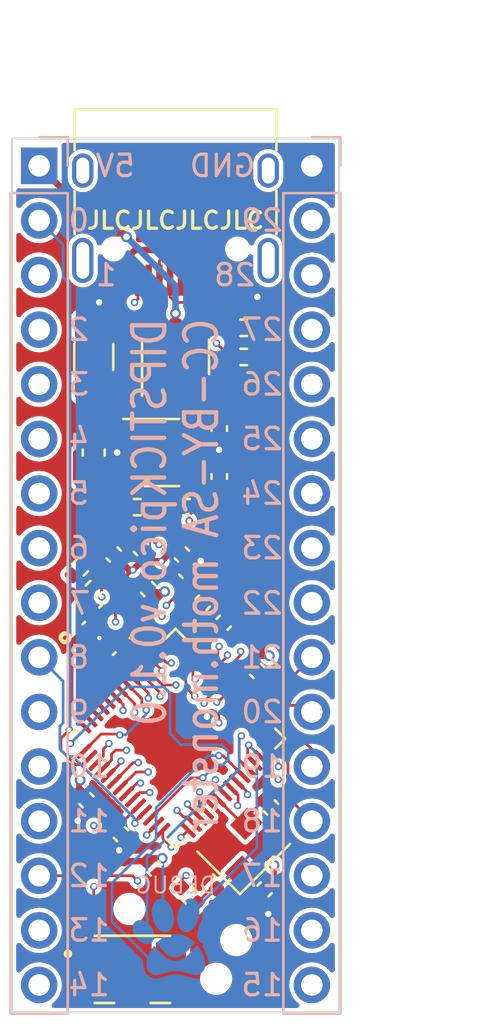
<source format=kicad_pcb>
(kicad_pcb (version 20240108) (generator "pcbnew") (generator_version "8.0")
  (layers (0 "F.Cu" signal) (1 "In1.Cu" signal) (2 "In2.Cu" signal) (31 "B.Cu" signal) (34 "B.Paste" user) (35 "F.Paste" user) (36 "B.SilkS" user "B.Silkscreen") (37 "F.SilkS" user "F.Silkscreen") (38 "B.Mask" user) (39 "F.Mask" user) (44 "Edge.Cuts" user))
  (net 0 "")
  (net 1 "/XIN")
  (net 2 "GND")
  (net 3 "Net-(C2-Pad1)")
  (net 4 "+3V3")
  (net 5 "+1V1")
  (net 6 "/~{USB_BOOT}")
  (net 7 "/GPIO0")
  (net 8 "/GPIO1")
  (net 9 "/GPIO2")
  (net 10 "/GPIO3")
  (net 11 "/GPIO4")
  (net 12 "/GPIO5")
  (net 13 "/GPIO6")
  (net 14 "/GPIO7")
  (net 15 "/GPIO8")
  (net 16 "/GPIO9")
  (net 17 "/GPIO10")
  (net 18 "/GPIO11")
  (net 19 "/GPIO12")
  (net 20 "/GPIO13")
  (net 21 "/GPIO14")
  (net 22 "/GPIO15")
  (net 23 "/GPIO16")
  (net 24 "/GPIO17")
  (net 25 "/GPIO18")
  (net 26 "/GPIO19")
  (net 27 "/GPIO20")
  (net 28 "/GPIO21")
  (net 29 "/GPIO22")
  (net 30 "/GPIO23")
  (net 31 "/GPIO24")
  (net 32 "/GPIO25")
  (net 33 "/GPIO26_ADC0")
  (net 34 "/GPIO27_ADC1")
  (net 35 "/GPIO28_ADC2")
  (net 36 "/GPIO29_ADC3")
  (net 37 "/QSPI_SS")
  (net 38 "/XOUT")
  (net 39 "/QSPI_SD2")
  (net 40 "/QSPI_SD1")
  (net 41 "/QSPI_SD3")
  (net 42 "/QSPI_SCLK")
  (net 43 "/QSPI_SD0")
  (net 44 "+5V")
  (net 45 "Net-(U1-BP)")
  (net 46 "/D+")
  (net 47 "/D-")
  (net 48 "VBUS")
  (net 49 "Net-(J65-CC1)")
  (net 50 "D_USB_P")
  (net 51 "D_USB_N")
  (net 52 "Net-(J65-CC2)")
  (net 54 "D_P")
  (net 55 "D_N")
  (net 57 "SWCLK")
  (net 58 "SWD")
  (net 59 "RESET")
  (footprint "Capacitor_SMD:C_0402_1005Metric" (layer "F.Cu") (at 191.77 76.802899 -45)
    (property "Reference" "C11" (hide yes))
    (property "Value" "1u" (hide yes))
  )
  (footprint "Capacitor_SMD:C_0402_1005Metric" (layer "F.Cu") (at 198.12 69.215 -45)
    (property "Reference" "C14" (hide yes))
    (property "Value" "100n" (hide yes))
  )
  (footprint "Connector_USB:USB_C_Receptacle_HRO_TYPE-C-31-M-12" (layer "F.Cu") (at 194.31 46.99 180)
    (property "Reference" "J65" (hide yes))
    (property "Value" "USB_C_Receptacle_USB2.0_14P" (hide yes))
  )
  (footprint "Capacitor_SMD:C_0402_1005Metric" (layer "F.Cu") (at 193.04 65.405 135)
    (property "Reference" "C9" (hide yes))
    (property "Value" "1u" (hide yes))
  )
  (footprint "EVQ-P7A01P:SW_EVQ-P7A01P" (layer "F.Cu") (at 192.3 83.095)
    (property "Reference" "SW1" (hide yes))
    (property "Value" "SW_Push")
  )
  (footprint "Resistor_SMD:R_0402_1005Metric" (layer "F.Cu") (at 197.485 53.255)
    (property "Reference" "R6" (hide yes))
    (property "Value" "5.1k" (hide yes))
  )
  (footprint "Resistor_SMD:R_0402_1005Metric" (layer "F.Cu") (at 189.865 64.409376 -135)
    (property "Reference" "R2" (hide yes))
    (property "Value" "DNF" (hide yes))
  )
  (footprint "Capacitor_SMD:C_0402_1005Metric" (layer "F.Cu") (at 193.335589 78.400589 -45)
    (property "Reference" "C17" (hide yes))
    (property "Value" "100n" (hide yes))
  )
  (footprint "Capacitor_SMD:C_0402_1005Metric" (layer "F.Cu") (at 198.459411 79.375 -135)
    (property "Reference" "C8" (hide yes))
    (property "Value" "100n" (hide yes))
  )
  (footprint "Resistor_SMD:R_0402_1005Metric" (layer "F.Cu") (at 194.945 79.649376 -45)
    (property "Reference" "R3" (hide yes))
    (property "Value" "1k" (hide yes))
  )
  (footprint "RP2040:RP2040-QFN-56" (layer "F.Cu") (at 194.31 72.357899 45)
    (property "Reference" "U3" (hide yes))
    (property "Value" "RP2040" (hide yes))
  )
  (footprint "Package_TO_SOT_SMD:SOT-23-5" (layer "F.Cu") (at 193.675 59.055)
    (property "Reference" "U1" (hide yes))
    (property "Value" "MIC5205-3.3YM5" (hide yes))
  )
  (footprint "Capacitor_SMD:C_0402_1005Metric" (layer "F.Cu") (at 198.755 75.565 -45)
    (property "Reference" "C1" (hide yes))
    (property "Value" "18p" (hide yes))
  )
  (footprint "Crystal:Crystal_SMD_2520-4Pin_2.5x2.0mm" (layer "F.Cu") (at 197.485 77.437899 45)
    (property "Reference" "Y1" (hide yes))
    (property "Value" "ECS-120-12-36-AGN-TR3" (hide yes))
  )
  (footprint "Resistor_SMD:R_0402_1005Metric" (layer "F.Cu") (at 194.82 61.595)
    (property "Reference" "R5" (hide yes))
    (property "Value" "27" (hide yes))
  )
  (footprint "Capacitor_SMD:C_0402_1005Metric" (layer "F.Cu") (at 196.554411 66.970589 45)
    (property "Reference" "C13" (hide yes))
    (property "Value" "100n" (hide yes))
  )
  (footprint "Fuse:Fuse_1206_3216Metric" (layer "F.Cu") (at 190.5 54.61 -90)
    (property "Reference" "F1" (hide yes))
    (property "Value" "500mA" (hide yes))
  )
  (footprint "Package_TO_SOT_SMD:SOT-23-6" (layer "F.Cu") (at 194.31 54.61 90)
    (property "Reference" "U4" (hide yes))
    (property "Value" "USBLC6-2SC6" (hide yes))
  )
  (footprint "Capacitor_SMD:C_0402_1005Metric" (layer "F.Cu") (at 190.160589 75.225589 -45)
    (property "Reference" "C7" (hide yes))
    (property "Value" "100n" (hide yes))
  )
  (footprint "Capacitor_SMD:C_0402_1005Metric" (layer "F.Cu") (at 195.875589 79.003488 135)
    (property "Reference" "C2" (hide yes))
    (property "Value" "18p" (hide yes))
  )
  (footprint "Capacitor_SMD:C_0402_1005Metric" (layer "F.Cu") (at 195.58 66.04 45)
    (property "Reference" "C10" (hide yes))
    (property "Value" "100n" (hide yes))
  )
  (footprint "Capacitor_SMD:C_0402_1005Metric" (layer "F.Cu") (at 196.3475 60.17 90)
    (property "Reference" "C4" (hide yes))
    (property "Value" "470p" (hide yes))
  )
  (footprint "Capacitor_SMD:C_0402_1005Metric" (layer "F.Cu") (at 191.430589 63.795589 135)
    (property "Reference" "C15" (hide yes))
    (property "Value" "100n" (hide yes))
  )
  (footprint "Capacitor_SMD:C_0402_1005Metric" (layer "F.Cu") (at 196.3475 57.94 -90)
    (property "Reference" "C5" (hide yes))
    (property "Value" "10u" (hide yes))
  )
  (footprint "Resistor_SMD:R_0402_1005Metric" (layer "F.Cu") (at 192.53 61.595 180)
    (property "Reference" "R4" (hide yes))
    (property "Value" "27" (hide yes))
  )
  (footprint "Capacitor_SMD:C_0402_1005Metric" (layer "F.Cu") (at 192.700589 63.5 135)
    (property "Reference" "C16" (hide yes))
    (property "Value" "100n" (hide yes))
  )
  (footprint "Capacitor_SMD:C_0402_1005Metric" (layer "F.Cu") (at 194.31 65.065589 135)
    (property "Reference" "C12" (hide yes))
    (property "Value" "100n" (hide yes))
  )
  (footprint "Capacitor_SMD:C_0603_1608Metric" (layer "F.Cu") (at 190.5 59.055 -90)
    (property "Reference" "C3" (hide yes))
    (property "Value" "10u" (hide yes))
  )
  (footprint "Resistor_SMD:R_0402_1005Metric" (layer "F.Cu") (at 197.485 54.61)
    (property "Reference" "R7" (hide yes))
    (property "Value" "5.1k" (hide yes))
  )
  (footprint "Resistor_SMD:R_0402_1005Metric" (layer "F.Cu") (at 190.5 65.405 45)
    (property "Reference" "R1" (hide yes))
    (property "Value" "1k" (hide yes))
  )
  (footprint "Capacitor_SMD:C_0402_1005Metric" (layer "F.Cu") (at 194.605589 63.795589 -45)
    (property "Reference" "C6" (hide yes))
    (property "Value" "100n" (hide yes))
  )
  (footprint "W25Q16JVUXIQ_TR:IC_W25Q16JVUXIQ_TR" (layer "F.Cu") (at 191.135 67.31 45)
    (property "Reference" "U2" (hide yes))
    (property "Value" "W25Q16JVUXIQ_TR" (hide yes))
  )
  (footprint "Paw-Connect-main:Paw-Connect_RevA_TC2030-IDC-NL_2x03_P1.27mm_Vertical" (layer "B.Cu") (at 194.65 81.915 180)
    (property "Reference" "J6" (hide yes))
    (property "Value" "Conn_ARM_SWD_TagConnect_TC2030-NL" (hide yes))
  )
  (footprint "Connector_PinHeader_2.54mm:PinHeader_1x16_P2.54mm_Vertical" (layer "B.Cu") (at 200.66 45.72 180)
    (property "Reference" "J4" (hide yes))
    (property "Value" "Conn_01x16_Pin" (hide yes))
  )
  (footprint "Connector_PinHeader_2.54mm:PinHeader_1x16_P2.54mm_Vertical" (layer "B.Cu") (at 187.96 45.72 180)
    (property "Reference" "J3" (hide yes))
    (property "Value" "Conn_01x16_Pin" (hide yes))
  )
  (gr_line (start 201.93 85.09) (end 186.69 85.09) (stroke (width 0.1)) (layer "Edge.Cuts"))
  (gr_line (start 186.69 85.09) (end 186.69 44.45) (stroke (width 0.1)) (layer "Edge.Cuts"))
  (gr_line (start 186.69 44.45) (end 201.93 44.45) (stroke (width 0.1)) (layer "Edge.Cuts"))
  (gr_line (start 201.93 44.45) (end 201.93 85.09) (stroke (width 0.1)) (layer "Edge.Cuts"))
  (gr_text "DEBUG" (at 194.31 78.74 0) (layer "B.SilkS") (effects (font (size 0.75 0.75) (thickness 0.1)) (justify top mirror)))
  (gr_text "8" (at 189.23 68.58 0) (layer "B.SilkS") (effects (font (size 1 1)) (justify right mirror)))
  (gr_text "10" (at 189.23 73.66 0) (layer "B.SilkS") (effects (font (size 1 1)) (justify right mirror)))
  (gr_text "12" (at 189.23 78.74 0) (layer "B.SilkS") (effects (font (size 1 1)) (justify right mirror)))
  (gr_text "4" (at 189.23 58.42 0) (layer "B.SilkS") (effects (font (size 1 1)) (justify right mirror)))
  (gr_text "6" (at 189.23 63.5 0) (layer "B.SilkS") (effects (font (size 1 1)) (justify right mirror)))
  (gr_text "14" (at 189.23 83.82 0) (layer "B.SilkS") (effects (font (size 1 1)) (justify right mirror)))
  (gr_text "25" (at 199.39 58.42 0) (layer "B.SilkS") (effects (font (size 1 1)) (justify left mirror)))
  (gr_text "16" (at 199.39 81.28 0) (layer "B.SilkS") (effects (font (size 1 1)) (justify left mirror)))
  (gr_text "GND" (at 198.12 45.72 0) (layer "B.SilkS") (effects (font (size 1 1)) (justify left mirror)))
  (gr_text "23\n" (at 199.39 63.5 0) (layer "B.SilkS") (effects (font (size 1 1)) (justify left mirror)))
  (gr_text "9\n" (at 189.23 71.12 0) (layer "B.SilkS") (effects (font (size 1 1)) (justify right mirror)))
  (gr_text "3" (at 189.23 55.88 0) (layer "B.SilkS") (effects (font (size 1 1)) (justify right mirror)))
  (gr_text "17" (at 199.39 78.74 0) (layer "B.SilkS") (effects (font (size 1 1)) (justify left mirror)))
  (gr_text "DIPSTICKpico v0.1.0\nCC-BY-SA moth.monster" (at 194.31 52.705 90) (layer "B.SilkS") (effects (font (size 1.5 1.25) (thickness 0.2)) (justify left mirror)))
  (gr_text "26" (at 199.39 55.88 0) (layer "B.SilkS") (effects (font (size 1 1)) (justify left mirror)))
  (gr_text "20" (at 199.39 71.12 0) (layer "B.SilkS") (effects (font (size 1 1)) (justify left mirror)))
  (gr_text "21" (at 199.39 68.58 0) (layer "B.SilkS") (effects (font (size 1 1)) (justify left mirror)))
  (gr_text "7" (at 189.29 66.07 0) (layer "B.SilkS") (effects (font (size 1 1)) (justify right mirror)))
  (gr_text "18" (at 199.39 76.2 0) (layer "B.SilkS") (effects (font (size 1 1)) (justify left mirror)))
  (gr_text "0\n" (at 189.23 48.26 0) (layer "B.SilkS") (effects (font (size 1 1)) (justify right mirror)))
  (gr_text "28" (at 198.12 50.8 0) (layer "B.SilkS") (effects (font (size 1 1)) (justify left mirror)))
  (gr_text "19" (at 199.39 73.66 0) (layer "B.SilkS") (effects (font (size 1 1)) (justify left mirror)))
  (gr_text "1" (at 190.5 50.8 0) (layer "B.SilkS") (effects (font (size 1 1)) (justify right mirror)))
  (gr_text "11" (at 189.23 76.2 0) (layer "B.SilkS") (effects (font (size 1 1)) (justify right mirror)))
  (gr_text "24\n" (at 199.39 60.96 0) (layer "B.SilkS") (effects (font (size 1 1)) (justify left mirror)))
  (gr_text "22" (at 199.39 66.07 0) (layer "B.SilkS") (effects (font (size 1 1)) (justify left mirror)))
  (gr_text "2" (at 189.23 53.34 0) (layer "B.SilkS") (effects (font (size 1 1)) (justify right mirror)))
  (gr_text "5" (at 189.23 60.96 0) (layer "B.SilkS") (effects (font (size 1 1)) (justify right mirror)))
  (gr_text "15" (at 199.39 83.82 0) (layer "B.SilkS") (effects (font (size 1 1)) (justify left mirror)))
  (gr_text "5V" (at 190.5 45.72 0) (layer "B.SilkS") (effects (font (size 1 1)) (justify right mirror)))
  (gr_text "27" (at 199.39 53.34 0) (layer "B.SilkS") (effects (font (size 1 1)) (justify left mirror)))
  (gr_text "29" (at 199.39 48.26 0) (layer "B.SilkS") (effects (font (size 1 1)) (justify left mirror)))
  (gr_text "13" (at 189.23 81.28 0) (layer "B.SilkS") (effects (font (size 1 1)) (justify right mirror)))
  (gr_text "JLCJLCJLCJLC" (at 194.31 48.26 0) (layer "F.SilkS") (effects (font (size 0.8 0.8))))
  (segment (start 197.608744 76.032434) (end 197.608744 76.324206) (width 0.127) (layer "F.Cu") (net 1))
  (segment (start 197.427778 76.324206) (end 197.608744 76.324206) (width 0.127) (layer "F.Cu") (net 1))
  (segment (start 196.316415 75.212843) (end 197.427778 76.324206) (width 0.127) (layer "F.Cu") (net 1))
  (segment (start 198.415589 75.225589) (end 197.608744 76.032434) (width 0.127) (layer "F.Cu") (net 1))
  (segment (start 193.04 64.726178) (end 193.970589 64.726178) (width 0.3) (layer "F.Cu") (net 2))
  (segment (start 196.033573 75.495685) (end 196.374569 75.836681) (width 0.127) (layer "F.Cu") (net 2))
  (segment (start 196.495051 77.437899) (end 196.371307 77.561643) (width 0.127) (layer "F.Cu") (net 2))
  (segment (start 191.06 51.764) (end 190.754 52.07) (width 0.3) (layer "F.Cu") (net 2))
  (segment (start 194.31 55.7475) (end 194.31 55.085001) (width 0.25) (layer "F.Cu") (net 2))
  (segment (start 194.785001 54.61) (end 195.834 54.61) (width 0.25) (layer "F.Cu") (net 2))
  (segment (start 194.353822 64.726178) (end 194.945 64.135) (width 0.3) (layer "F.Cu") (net 2))
  (segment (start 191.275 59.055) (end 192.5375 59.055) (width 0.3) (layer "F.Cu") (net 2))
  (segment (start 195.769878 71.340829) (end 195.32707 71.340829) (width 0.3) (layer "F.Cu") (net 2))
  (segment (start 190.781447 68.724214) (end 191.009591 68.49607) (width 0.127) (layer "F.Cu") (net 2))
  (segment (start 196.3475 58.42) (end 196.3475 58.9225) (width 0.25) (layer "F.Cu") (net 2))
  (segment (start 198.12 51.816) (end 198.12 51.595) (width 0.3) (layer "F.Cu") (net 2))
  (segment (start 199.094411 76.818437) (end 198.598693 77.314155) (width 0.127) (layer "F.Cu") (net 2))
  (segment (start 190.373 75.565) (end 189.7559 76.1821) (width 0.3) (layer "F.Cu") (net 2))
  (segment (start 190.5 59.83) (end 191.275 59.055) (width 0.3) (layer "F.Cu") (net 2))
  (segment (start 191.275 59.055) (end 191.591 59.055) (width 0.3) (layer "F.Cu") (net 2))
  (segment (start 198.459411 69.622701) (end 198.459411 69.554411) (width 0.127) (layer "F.Cu") (net 2))
  (segment (start 190.5 75.565) (end 190.373 75.565) (width 0.3) (layer "F.Cu") (net 2))
  (segment (start 196.3475 58.9225) (end 196.342 58.928) (width 0.25) (layer "F.Cu") (net 2))
  (segment (start 199.094411 75.904411) (end 199.094411 76.818437) (width 0.127) (layer "F.Cu") (net 2))
  (segment (start 198.12 79.714411) (end 198.12 80.01) (width 0.3) (layer "F.Cu") (net 2))
  (segment (start 198.12 80.01) (end 198.628 80.518) (width 0.3) (layer "F.Cu") (net 2))
  (segment (start 191.009591 68.49607) (end 191.009591 67.927055) (width 0.127) (layer "F.Cu") (net 2))
  (segment (start 199.455 46.925) (end 198.882 47.498) (width 0.25) (layer "F.Cu") (net 2))
  (segment (start 192.109411 77.14231) (end 192.09769 77.14231) (width 0.3) (layer "F.Cu") (net 2))
  (segment (start 198.474949 77.437899) (end 196.495051 77.437899) (width 0.127) (layer "F.Cu") (net 2))
  (segment (start 194.945 64.135) (end 195.443677 64.135) (width 0.3) (layer "F.Cu") (net 2))
  (segment (start 193.970589 64.726178) (end 194.353822 64.726178) (width 0.3) (layer "F.Cu") (net 2))
  (segment (start 200.66 45.72) (end 199.455 46.925) (width 0.25) (layer "F.Cu") (net 2))
  (segment (start 194.31 55.085001) (end 194.785001 54.61) (width 0.25) (layer "F.Cu") (net 2))
  (segment (start 195.443677 64.135) (end 195.486191 64.092486) (width 0.3) (layer "F.Cu") (net 2))
  (segment (start 196.374569 75.836681) (end 196.374569 77.558381) (width 0.127) (layer "F.Cu") (net 2))
  (segment (start 191.06 51.035) (end 191.06 51.764) (width 0.3) (layer "F.Cu") (net 2))
  (segment (start 198.598693 77.314155) (end 198.474949 77.437899) (width 0.127) (layer "F.Cu") (net 2))
  (segment (start 196.371307 77.828948) (end 196.371307 77.561643) (width 0.127) (layer "F.Cu") (net 2))
  (segment (start 191.009591 67.927055) (end 190.764896 67.68236) (width 0.127) (layer "F.Cu") (net 2))
  (segment (start 198.12 51.595) (end 197.56 51.035) (width 0.3) (layer "F.Cu") (net 2))
  (segment (start 192.09769 77.14231) (end 191.685865 77.554135) (width 0.3) (layer "F.Cu") (net 2))
  (segment (start 195.32707 71.340829) (end 194.31 72.357899) (width 0.3) (layer "F.Cu") (net 2))
  (segment (start 194.31 72.357899) (end 194.31 73.772112) (width 0.127) (layer "F.Cu") (net 2))
  (segment (start 195.536178 78.664077) (end 196.371307 77.828948) (width 0.127) (layer "F.Cu") (net 2))
  (segment (start 192.700589 65.065589) (end 193.04 64.726178) (width 0.3) (layer "F.Cu") (net 2))
  (segment (start 196.374569 77.558381) (end 196.371307 77.561643) (width 0.127) (layer "F.Cu") (net 2))
  (via (at 191.685865 77.554135) (size 0.5) (drill 0.3) (layers "F.Cu" "B.Cu") (net 2))
  (via (at 195.769878 71.340829) (size 0.5) (drill 0.3) (layers "F.Cu" "B.Cu") (net 2))
  (via (at 191.591 59.055) (size 0.5) (drill 0.3) (layers "F.Cu" "B.Cu") (net 2))
  (via (at 190.764896 67.68236) (size 0.35) (drill 0.2) (layers "F.Cu" "B.Cu") (net 2))
  (via (at 195.486191 64.092486) (size 0.5) (drill 0.3) (layers "F.Cu" "B.Cu") (net 2))
  (via (at 190.754 52.07) (size 0.5) (drill 0.3) (layers "F.Cu" "B.Cu") (net 2))
  (via (at 198.628 80.518) (size 0.5) (drill 0.3) (layers "F.Cu" "B.Cu") (net 2))
  (via (at 189.7559 76.1821) (size 0.5) (drill 0.3) (layers "F.Cu" "B.Cu") (net 2))
  (via (at 198.12 51.816) (size 0.5) (drill 0.3) (layers "F.Cu" "B.Cu") (net 2))
  (via (at 196.342 58.928) (size 0.5) (drill 0.3) (layers "F.Cu" "B.Cu") (net 2))
  (segment (start 196.107537 72.153) (end 196.579 72.153) (width 0.3) (layer "B.Cu") (net 2))
  (segment (start 190.754 52.07) (end 191.279 51.545) (width 0.3) (layer "B.Cu") (net 2))
  (segment (start 196.85 69.342) (end 195.486191 67.978191) (width 0.3) (layer "B.Cu") (net 2))
  (segment (start 193.71 52.334971) (end 193.71 52.832029) (width 0.3) (layer "B.Cu") (net 2))
  (segment (start 194.061471 53.1835) (end 196.7525 53.1835) (width 0.3) (layer "B.Cu") (net 2))
  (segment (start 200.66 45.72) (end 198.882 47.498) (width 0.25) (layer "B.Cu") (net 2))
  (segment (start 196.579 72.153) (end 196.85 71.882) (width 0.3) (layer "B.Cu") (net 2))
  (segment (start 195.769878 71.815341) (end 196.107537 72.153) (width 0.3) (layer "B.Cu") (net 2))
  (segment (start 193.71 52.832029) (end 194.061471 53.1835) (width 0.3) (layer "B.Cu") (net 2))
  (segment (start 195.769878 71.340829) (end 195.769878 71.815341) (width 0.3) (layer "B.Cu") (net 2))
  (segment (start 196.85 71.882) (end 196.85 69.342) (width 0.3) (layer "B.Cu") (net 2))
  (segment (start 195.486191 67.978191) (end 195.486191 64.092486) (width 0.3) (layer "B.Cu") (net 2))
  (segment (start 196.7525 53.1835) (end 198.12 51.816) (width 0.3) (layer "B.Cu") (net 2))
  (segment (start 191.279 51.545) (end 192.920029 51.545) (width 0.3) (layer "B.Cu") (net 2))
  (segment (start 192.920029 51.545) (end 193.71 52.334971) (width 0.3) (layer "B.Cu") (net 2))
  (segment (start 196.215 79.342899) (end 197.006307 78.551592) (width 0.127) (layer "F.Cu") (net 3))
  (segment (start 197.006307 78.551592) (end 197.361256 78.551592) (width 0.127) (layer "F.Cu") (net 3))
  (segment (start 195.972725 79.342899) (end 195.305624 80.01) (width 0.127) (layer "F.Cu") (net 3))
  (segment (start 196.215 79.342899) (end 195.972725 79.342899) (width 0.127) (layer "F.Cu") (net 3))
  (segment (start 194.299303 63.423053) (end 194.266178 63.456178) (width 0.3) (layer "F.Cu") (net 4))
  (segment (start 190.451898 64.275026) (end 191.629974 64.275026) (width 0.3) (layer "F.Cu") (net 4))
  (segment (start 195.665287 63.423053) (end 194.299303 63.423053) (width 0.3) (layer "F.Cu") (net 4))
  (segment (start 195.633947 62.811053) (end 196.215 62.23) (width 0.254) (layer "F.Cu") (net 4))
  (segment (start 194.649411 65.405) (end 194.649411 65.788233) (width 0.3) (layer "F.Cu") (net 4))
  (segment (start 194.266178 63.456178) (end 194.266178 63.505674) (width 0.3) (layer "F.Cu") (net 4))
  (segment (start 194.998947 63.446053) (end 196.215 62.23) (width 0.254) (layer "F.Cu") (net 4))
  (segment (start 192.075142 65.309197) (end 192.075142 64.764726) (width 0.127) (layer "F.Cu") (net 4))
  (segment (start 198.393678 68.2625) (end 198.4375 68.2625) (width 0.3) (layer "F.Cu") (net 4))
  (segment (start 197.788783 70.293329) (end 197.788783 68.883783) (width 0.127) (layer "F.Cu") (net 4))
  (segment (start 191.629974 64.275026) (end 191.77 64.135) (width 0.3) (layer "F.Cu") (net 4))
  (segment (start 194.1135 68.840939) (end 193.904309 68.840939) (width 0.127) (layer "F.Cu") (net 4))
  (segment (start 195.680944 67.31) (end 194.902202 68.088742) (width 0.127) (layer "F.Cu") (net 4))
  (segment (start 193.000457 63.839411) (end 192.322804 64.517064) (width 0.3) (layer "F.Cu") (net 4))
  (segment (start 193.904309 68.840939) (end 193.434955 68.371585) (width 0.127) (layer "F.Cu") (net 4))
  (segment (start 194.299303 63.423053) (end 195.166435 63.423053) (width 0.3) (layer "F.Cu") (net 4))
  (segment (start 196.171178 67.31) (end 195.240589 66.379411) (width 0.3) (layer "F.Cu") (net 4))
  (segment (start 192.075142 64.440142) (end 191.77 64.135) (width 0.127) (layer "F.Cu") (net 4))
  (segment (start 197.704203 67.529203) (end 196.434203 67.529203) (width 0.3) (layer "F.Cu") (net 4))
  (segment (start 198.152564 68.503614) (end 198.678614 68.503614) (width 0.3) (layer "F.Cu") (net 4))
  (segment (start 190.040843 72.950101) (end 190.841511 72.149433) (width 0.127) (layer "F.Cu") (net 4))
  (segment (start 193.627062 78.061178) (end 193.68502 78.00322) (width 0.127) (layer "F.Cu") (net 4))
  (segment (start 196.9845 61.4605) (end 197.0075 61.4375) (width 0.3) (layer "F.Cu") (net 4))
  (segment (start 197.788783 68.883783) (end 197.780589 68.875589) (width 0.127) (layer "F.Cu") (net 4))
  (segment (start 192.152064 64.517064) (end 191.77 64.135) (width 0.3) (layer "F.Cu") (net 4))
  (segment (start 190.841511 72.149433) (end 191.671299 72.149433) (width 0.127) (layer "F.Cu") (net 4))
  (segment (start 196.086191 64.341015) (end 196.086191 63.843957) (width 0.3) (layer "F.Cu") (net 4))
  (segment (start 191.430589 76.463488) (end 191.618624 76.463488) (width 0.127) (layer "F.Cu") (net 4))
  (segment (start 194.644573 65.405) (end 193.883517 66.166056) (width 0.127) (layer "F.Cu") (net 4))
  (segment (start 197.780589 68.875589) (end 198.393678 68.2625) (width 0.3) (layer "F.Cu") (net 4))
  (segment (start 194.649411 65.788233) (end 195.240589 66.379411) (width 0.3) (layer "F.Cu") (net 4))
  (segment (start 191.488553 65.895786) (end 192.075142 65.309197) (width 0.127) (layer "F.Cu") (net 4))
  (segment (start 194.266178 63.456178) (end 194.276303 63.446053) (width 0.254) (layer "F.Cu") (net 4))
  (segment (start 193.657312 64.11454) (end 193.315129 64.11454) (width 0.3) (layer "F.Cu") (net 4))
  (segment (start 195.022206 65.405) (end 196.086191 64.341015) (width 0.3) (layer "F.Cu") (net 4))
  (segment (start 197.0075 61.4375) (end 197.0075 57.9425) (width 0.3) (layer "F.Cu") (net 4))
  (segment (start 195.5165 62.9285) (end 196.9845 61.4605) (width 0.3) (layer "F.Cu") (net 4))
  (segment (start 196.9845 61.4605) (end 196.215 62.23) (width 0.254) (layer "F.Cu") (net 4))
  (segment (start 193.04 70.485) (end 193.04 70.23937) (width 0.127) (layer "F.Cu") (net 4))
  (segment (start 192.996178 78.061178) (end 192.035322 78.061178) (width 0.3) (layer "F.Cu") (net 4))
  (segment (start 191.085865 76.808212) (end 191.085865 77.802664) (width 0.3) (layer "F.Cu") (net 4))
  (segment (start 191.437336 78.154135) (end 191.942365 78.154135) (width 0.3) (layer "F.Cu") (net 4))
  (segment (start 198.4375 68.2625) (end 198.678614 68.503614) (width 0.3) (layer "F.Cu") (net 4))
  (segment (start 195.166435 63.423053) (end 195.166435 63.278565) (width 0.3) (layer "F.Cu") (net 4))
  (segment (start 194.276303 63.446053) (end 194.998947 63.446053) (width 0.254) (layer "F.Cu") (net 4))
  (segment (start 195.5165 62.9285) (end 195.021947 63.423053) (width 0.3) (layer "F.Cu") (net 4))
  (segment (start 196.434203 67.529203) (end 196.215 67.31) (width 0.3) (layer "F.Cu") (net 4))
  (segment (start 192.075142 64.764726) (end 192.322804 64.517064) (width 0.127) (layer "F.Cu") (net 4))
  (segment (start 196.215 67.31) (end 196.171178 67.31) (width 0.3) (layer "F.Cu") (net 4))
  (segment (start 196.086191 63.843957) (end 195.665287 63.423053) (width 0.3) (layer "F.Cu") (net 4))
  (segment (start 195.166435 63.278565) (end 195.5165 62.9285) (width 0.3) (layer "F.Cu") (net 4))
  (segment (start 193.04 70.23937) (end 192.303585 69.502955) (width 0.127) (layer "F.Cu") (net 4))
  (segment (start 191.085865 77.802664) (end 191.437336 78.154135) (width 0.3) (layer "F.Cu") (net 4))
  (segment (start 195.021947 63.423053) (end 194.818 63.423053) (width 0.3) (layer "F.Cu") (net 4))
  (segment (start 192.737854 70.821773) (end 192.949194 71.033113) (width 0.127) (layer "F.Cu") (net 4))
  (segment (start 193.315129 64.11454) (end 193.04 63.839411) (width 0.3) (layer "F.Cu") (net 4))
  (segment (start 192.020742 69.785798) (end 192.737854 70.50291) (width 0.127) (layer "F.Cu") (net 4))
  (segment (start 195.4575 57.46) (end 194.8125 58.105) (width 0.3) (layer "F.Cu") (net 4))
  (segment (start 197.780589 68.875589) (end 198.152564 68.503614) (width 0.3) (layer "F.Cu") (net 4))
  (segment (start 196.3475 57.46) (end 195.4575 57.46) (width 0.3) (layer "F.Cu") (net 4))
  (segment (start 196.215 67.31) (end 195.680944 67.31) (width 0.127) (layer "F.Cu") (net 4))
  (segment (start 194.998947 63.446053) (end 195.156907 63.446053) (width 0.254) (layer "F.Cu") (net 4))
  (segment (start 197.0075 57.9425) (end 196.9845 57.9195) (width 0.3) (layer "F.Cu") (net 4))
  (segment (start 193.717798 67.902202) (end 195.240589 66.379411) (width 0.127) (layer "F.Cu") (net 4))
  (segment (start 194.266178 63.505674) (end 193.657312 64.11454) (width 0.3) (layer "F.Cu") (net 4))
  (segment (start 193.717798 68.088742) (end 193.717798 67.902202) (width 0.127) (layer "F.Cu") (net 4))
  (segment (start 193.691808 77.928074) (end 193.129282 77.928074) (width 0.3) (layer "F.Cu") (net 4))
  (segment (start 192.737854 70.50291) (end 192.737854 70.821773) (width 0.127) (layer "F.Cu") (net 4))
  (segment (start 191.618624 76.463488) (end 192.586427 75.495685) (width 0.127) (layer "F.Cu") (net 4))
  (segment (start 197.447786 70.634326) (end 197.788783 70.293329) (width 0.127) (layer "F.Cu") (net 4))
  (segment (start 194.649411 65.405) (end 195.022206 65.405) (width 0.3) (layer "F.Cu") (net 4))
  (segment (start 197.223097 75.455211) (end 197.223097 74.988153) (width 0.127) (layer "F.Cu") (net 4))
  (segment (start 193.04 63.839411) (end 193.000457 63.839411) (width 0.3) (layer "F.Cu") (net 4))
  (segment (start 197.201007 75.477301) (end 197.223097 75.455211) (width 0.127) (layer "F.Cu") (net 4))
  (segment (start 191.430589 76.463488) (end 191.085865 76.808212) (width 0.3) (layer "F.Cu") (net 4))
  (segment (start 194.649411 65.405) (end 194.644573 65.405) (width 0.127) (layer "F.Cu") (net 4))
  (segment (start 196.525 57.46) (end 196.3475 57.46) (width 0.3) (layer "F.Cu") (net 4))
  (segment (start 191.671299 72.149433) (end 191.713933 72.192067) (width 0.127) (layer "F.Cu") (net 4))
  (segment (start 192.075142 64.764726) (end 192.075142 64.440142) (width 0.127) (layer "F.Cu") (net 4))
  (segment (start 191.942365 78.154135) (end 192.035322 78.061178) (width 0.3) (layer "F.Cu") (net 4))
  (segment (start 190.225624 64.048752) (end 190.451898 64.275026) (width 0.3) (layer "F.Cu") (net 4))
  (segment (start 196.9845 57.9195) (end 196.525 57.46) (width 0.3) (layer "F.Cu") (net 4))
  (segment (start 193.129282 77.928074) (end 192.996178 78.061178) (width 0.3) (layer "F.Cu") (net 4))
  (segment (start 191.488553 65.895786) (end 191.77 65.614339) (width 0.127) (layer "F.Cu") (net 4))
  (segment (start 197.704203 67.529203) (end 198.4375 68.2625) (width 0.3) (layer "F.Cu") (net 4))
  (segment (start 197.223097 74.988153) (end 196.882101 74.647157) (width 0.127) (layer "F.Cu") (net 4))
  (segment (start 192.322804 64.517064) (end 192.152064 64.517064) (width 0.3) (layer "F.Cu") (net 4))
  (via (at 194.1135 68.840939) (size 0.35) (drill 0.2) (layers "F.Cu" "B.Cu") (net 4))
  (via (at 193.883517 66.166056) (size 0.35) (drill 0.2) (layers "F.Cu" "B.Cu") (net 4))
  (via (at 191.713933 72.192067) (size 0.35) (drill 0.2) (layers "F.Cu" "B.Cu") (net 4))
  (via (at 193.691808 77.928074) (size 0.5) (drill 0.3) (layers "F.Cu" "B.Cu") (net 4))
  (via (at 192.322804 64.517064) (size 0.35) (drill 0.2) (layers "F.Cu" "B.Cu") (net 4))
  (via (at 198.678614 68.503614) (size 0.5) (drill 0.3) (layers "F.Cu" "B.Cu") (net 4))
  (via (at 197.201007 75.477301) (size 0.35) (drill 0.2) (layers "F.Cu" "B.Cu") (net 4))
  (via (at 193.04 70.485) (size 0.35) (drill 0.2) (layers "F.Cu" "B.Cu") (net 4))
  (via (at 192.949194 71.033113) (size 0.35) (drill 0.2) (layers "F.Cu" "B.Cu") (net 4))
  (via (at 193.657312 64.11454) (size 0.35) (drill 0.2) (layers "F.Cu" "B.Cu") (net 4))
  (segment (start 192.949194 71.224144) (end 192.949194 71.033113) (width 0.127) (layer "B.Cu") (net 4))
  (segment (start 193.72 80.635) (end 193.72 77.956266) (width 0.127) (layer "B.Cu") (net 4))
  (segment (start 191.981271 72.192067) (end 192.949194 71.224144) (width 0.127) (layer "B.Cu") (net 4))
  (segment (start 193.72 77.956266) (end 193.691808 77.928074) (width 0.127) (layer "B.Cu") (net 4))
  (segment (start 193.657312 64.117312) (end 193.657312 64.11454) (width 0.127) (layer "B.Cu") (net 4))
  (segment (start 191.713933 72.192067) (end 191.981271 72.192067) (width 0.127) (layer "B.Cu") (net 4))
  (segment (start 193.675 64.135) (end 193.657312 64.117312) (width 0.127) (layer "B.Cu") (net 4))
  (segment (start 198.900143 78.934268) (end 198.798822 79.035589) (width 0.254) (layer "F.Cu") (net 5))
  (segment (start 193.605372 65.51845) (end 193.379411 65.744411) (width 0.254) (layer "F.Cu") (net 5))
  (segment (start 198.900143 78.250144) (end 198.900143 78.934268) (width 0.254) (layer "F.Cu") (net 5))
  (segment (start 193.675 69.177314) (end 193.152113 68.654427) (width 0.127) (layer "F.Cu") (net 5))
  (segment (start 193.806149 65.51845) (end 193.605372 65.51845) (width 0.254) (layer "F.Cu") (net 5))
  (segment (start 193.379411 66.379411) (end 193.675 66.675) (width 0.127) (layer "F.Cu") (net 5))
  (segment (start 191.737899 70.068641) (end 192.410854 70.741596) (width 0.127) (layer "F.Cu") (net 5))
  (segment (start 193.675 69.215) (end 193.675 69.177314) (width 0.127) (layer "F.Cu") (net 5))
  (segment (start 189.821178 74.338822) (end 189.865 74.295) (width 0.254) (layer "F.Cu") (net 5))
  (segment (start 197.660877 74.860247) (end 197.164944 74.364314) (width 0.127) (layer "F.Cu") (net 5))
  (segment (start 192.410854 70.741596) (end 192.410854 71.142351) (width 0.127) (layer "F.Cu") (net 5))
  (segment (start 197.660877 74.963026) (end 197.660877 74.860247) (width 0.127) (layer "F.Cu") (net 5))
  (segment (start 189.821178 74.886178) (end 189.821178 74.338822) (width 0.254) (layer "F.Cu") (net 5))
  (segment (start 193.379411 65.744411) (end 193.379411 66.379411) (width 0.127) (layer "F.Cu") (net 5))
  (via (at 193.675 66.675) (size 0.35) (drill 0.2) (layers "F.Cu" "B.Cu") (net 5))
  (via (at 197.660877 74.963026) (size 0.35) (drill 0.2) (layers "F.Cu" "B.Cu") (net 5))
  (via (at 192.410854 71.142351) (size 0.35) (drill 0.2) (layers "F.Cu" "B.Cu") (net 5))
  (via (at 189.865 74.295) (size 0.5) (drill 0.3) (layers "F.Cu" "B.Cu") (net 5))
  (via (at 193.806149 65.51845) (size 0.5) (drill 0.3) (layers "F.Cu" "B.Cu") (net 5))
  (via (at 198.900143 78.250144) (size 0.5) (drill 0.3) (layers "F.Cu" "B.Cu") (net 5))
  (via (at 193.675 69.215) (size 0.35) (drill 0.2) (layers "F.Cu" "B.Cu") (net 5))
  (segment (start 193.67127 65.51845) (end 193.806149 65.51845) (width 0.254) (layer "B.Cu") (net 5))
  (segment (start 190.860624 65.044376) (end 190.860624 65.753969) (width 0.127) (layer "F.Cu") (net 6))
  (segment (start 190.5 82.37) (end 190.5 79.248) (width 0.127) (layer "F.Cu") (net 6))
  (segment (start 190.860624 65.753969) (end 190.876075 65.76942) (width 0.127) (layer "F.Cu") (net 6))
  (via (at 190.5 76.40763) (size 0.35) (drill 0.2) (layers "F.Cu" "B.Cu") (net 6))
  (via (at 190.5 79.248) (size 0.35) (drill 0.2) (layers "F.Cu" "B.Cu") (net 6))
  (via (at 190.876075 65.76942) (size 0.35) (drill 0.2) (layers "F.Cu" "B.Cu") (net 6))
  (segment (start 189.98269 73.57394) (end 190.323686 73.232944) (width 0.127) (layer "F.Cu") (net 7))
  (segment (start 188.976 72.34437) (end 188.976 72.898) (width 0.127) (layer "F.Cu") (net 7))
  (segment (start 188.976 72.898) (end 189.65194 73.57394) (width 0.127) (layer "F.Cu") (net 7))
  (segment (start 189.363 71.95737) (end 188.976 72.34437) (width 0.127) (layer "F.Cu") (net 7))
  (segment (start 189.65194 73.57394) (end 189.98269 73.57394) (width 0.127) (layer "F.Cu") (net 7))
  (via (at 189.363 71.95737) (size 0.35) (drill 0.2) (layers "F.Cu" "B.Cu") (net 7))
  (segment (start 189.0735 49.3735) (end 187.96 48.26) (width 0.127) (layer "B.Cu") (net 7))
  (segment (start 189.4005 71.628) (end 189.4005 51.2245) (width 0.127) (layer "B.Cu") (net 7))
  (segment (start 189.4005 71.91987) (end 189.4005 71.628) (width 0.127) (layer "B.Cu") (net 7))
  (segment (start 189.363 71.95737) (end 189.4005 71.91987) (width 0.127) (layer "B.Cu") (net 7))
  (segment (start 189.4005 51.2245) (end 189.0735 50.8975) (width 0.127) (layer "B.Cu") (net 7))
  (segment (start 189.0735 50.8975) (end 189.0735 49.3735) (width 0.127) (layer "B.Cu") (net 7))
  (segment (start 190.947525 72.846341) (end 191.205933 72.587933) (width 0.127) (layer "F.Cu") (net 8))
  (segment (start 190.947525 73.174789) (end 190.947525 72.846341) (width 0.127) (layer "F.Cu") (net 8))
  (segment (start 190.606528 73.515786) (end 190.947525 73.174789) (width 0.127) (layer "F.Cu") (net 8))
  (via (at 191.205933 72.587933) (size 0.35) (drill 0.2) (layers "F.Cu" "B.Cu") (net 8))
  (segment (start 190.889371 73.798629) (end 191.3315 73.3565) (width 0.127) (layer "F.Cu") (net 9))
  (segment (start 191.3315 73.0825) (end 191.516 72.898) (width 0.127) (layer "F.Cu") (net 9))
  (segment (start 191.516 72.898) (end 192.024 72.898) (width 0.127) (layer "F.Cu") (net 9))
  (segment (start 191.3315 73.3565) (end 191.3315 73.0825) (width 0.127) (layer "F.Cu") (net 9))
  (via (at 192.024 72.898) (size 0.35) (drill 0.2) (layers "F.Cu" "B.Cu") (net 9))
  (segment (start 191.172214 74.081472) (end 191.77 73.483686) (width 0.127) (layer "F.Cu") (net 10))
  (segment (start 191.77 73.483686) (end 191.77 73.406) (width 0.127) (layer "F.Cu") (net 10))
  (via (at 191.77 73.406) (size 0.35) (drill 0.2) (layers "F.Cu" "B.Cu") (net 10))
  (segment (start 191.455056 74.364314) (end 192.34387 73.4755) (width 0.127) (layer "F.Cu") (net 11))
  (segment (start 192.34387 73.4755) (end 192.573365 73.4755) (width 0.127) (layer "F.Cu") (net 11))
  (via (at 192.573365 73.4755) (size 0.35) (drill 0.2) (layers "F.Cu" "B.Cu") (net 11))
  (segment (start 192.471056 73.914) (end 193.04 73.914) (width 0.127) (layer "F.Cu") (net 12))
  (segment (start 191.737899 74.647157) (end 192.471056 73.914) (width 0.127) (layer "F.Cu") (net 12))
  (via (at 193.04 73.914) (size 0.35) (drill 0.2) (layers "F.Cu" "B.Cu") (net 12))
  (segment (start 192.020742 74.93) (end 192.519954 74.430788) (width 0.127) (layer "F.Cu") (net 13))
  (segment (start 192.519954 74.430788) (end 192.677728 74.430788) (width 0.127) (layer "F.Cu") (net 13))
  (via (at 192.677728 74.430788) (size 0.35) (drill 0.2) (layers "F.Cu" "B.Cu") (net 13))
  (segment (start 192.648139 74.868289) (end 193.107295 74.868289) (width 0.127) (layer "F.Cu") (net 14))
  (segment (start 192.303585 75.212843) (end 192.648139 74.868289) (width 0.127) (layer "F.Cu") (net 14))
  (via (at 193.107295 74.868289) (size 0.35) (drill 0.2) (layers "F.Cu" "B.Cu") (net 14))
  (segment (start 192.416779 76.231019) (end 192.416779 76.297965) (width 0.127) (layer "F.Cu") (net 15))
  (segment (start 192.86927 75.778528) (end 192.416779 76.231019) (width 0.127) (layer "F.Cu") (net 15))
  (via (at 192.416779 76.297965) (size 0.35) (drill 0.2) (layers "F.Cu" "B.Cu") (net 15))
  (segment (start 188.925237 72.847236) (end 188.925237 71.776263) (width 0.127) (layer "B.Cu") (net 15))
  (segment (start 189.0735 69.6935) (end 187.96 68.58) (width 0.127) (layer "B.Cu") (net 15))
  (segment (start 192.416779 76.297965) (end 192.416779 76.084779) (width 0.127) (layer "B.Cu") (net 15))
  (segment (start 189.0735 71.628) (end 189.0735 69.6935) (width 0.127) (layer "B.Cu") (net 15))
  (segment (start 189.276774 73.198773) (end 188.925237 72.847236) (width 0.127) (layer "B.Cu") (net 15))
  (segment (start 192.416779 76.084779) (end 189.530773 73.198773) (width 0.127) (layer "B.Cu") (net 15))
  (segment (start 189.530773 73.198773) (end 189.276774 73.198773) (width 0.127) (layer "B.Cu") (net 15))
  (segment (start 188.925237 71.776263) (end 189.0735 71.628) (width 0.127) (layer "B.Cu") (net 15))
  (segment (start 195.026228 74.187256) (end 195.58 74.187256) (width 0.127) (layer "F.Cu") (net 16))
  (segment (start 193.152113 76.061371) (end 195.026228 74.187256) (width 0.127) (layer "F.Cu") (net 16))
  (via (at 189.4145 72.587933) (size 0.35) (drill 0.2) (layers "F.Cu" "B.Cu") (net 16))
  (via (at 195.58 74.187256) (size 0.35) (drill 0.2) (layers "F.Cu" "B.Cu") (net 16))
  (segment (start 196.7635 73.333633) (end 196.7635 72.953367) (width 0.127) (layer "B.Cu") (net 16))
  (segment (start 194.056 70.245868) (end 193.767786 69.957653) (width 0.127) (layer "B.Cu") (net 16))
  (segment (start 193.767786 69.957653) (end 192.04478 69.957653) (width 0.127) (layer "B.Cu") (net 16))
  (segment (start 195.58 74.187256) (end 196.176756 73.5905) (width 0.127) (layer "B.Cu") (net 16))
  (segment (start 196.506633 73.5905) (end 196.7635 73.333633) (width 0.127) (layer "B.Cu") (net 16))
  (segment (start 194.056 72.136) (end 194.056 70.245868) (width 0.127) (layer "B.Cu") (net 16))
  (segment (start 196.7635 72.953367) (end 196.454134 72.644) (width 0.127) (layer "B.Cu") (net 16))
  (segment (start 194.564 72.644) (end 194.056 72.136) (width 0.127) (layer "B.Cu") (net 16))
  (segment (start 196.454134 72.644) (end 194.564 72.644) (width 0.127) (layer "B.Cu") (net 16))
  (segment (start 196.176756 73.5905) (end 196.506633 73.5905) (width 0.127) (layer "B.Cu") (net 16))
  (segment (start 192.04478 69.957653) (end 189.4145 72.587933) (width 0.127) (layer "B.Cu") (net 16))
  (segment (start 193.434955 76.376146) (end 192.964971 76.84613) (width 0.127) (layer "F.Cu") (net 17))
  (segment (start 193.434955 76.344213) (end 193.434955 76.376146) (width 0.127) (layer "F.Cu") (net 17))
  (via (at 192.964971 76.84613) (size 0.35) (drill 0.2) (layers "F.Cu" "B.Cu") (net 17))
  (segment (start 193.717798 77.011273) (end 194.109599 77.403074) (width 0.127) (layer "F.Cu") (net 18))
  (segment (start 193.717798 76.627056) (end 193.717798 77.011273) (width 0.127) (layer "F.Cu") (net 18))
  (via (at 194.109599 77.403074) (size 0.35) (drill 0.2) (layers "F.Cu" "B.Cu") (net 18))
  (segment (start 192.538929 78.974887) (end 192.304042 78.74) (width 0.127) (layer "F.Cu") (net 19))
  (segment (start 194.902202 76.627056) (end 194.898944 76.627056) (width 0.127) (layer "F.Cu") (net 19))
  (segment (start 194.898944 76.627056) (end 194.564 76.962) (width 0.127) (layer "F.Cu") (net 19))
  (segment (start 192.304042 78.74) (end 187.96 78.74) (width 0.127) (layer "F.Cu") (net 19))
  (via (at 194.564 76.962) (size 0.35) (drill 0.2) (layers "F.Cu" "B.Cu") (net 19))
  (via (at 192.538929 78.974887) (size 0.35) (drill 0.2) (layers "F.Cu" "B.Cu") (net 19))
  (segment (start 195.185045 76.344213) (end 194.844049 76.003217) (width 0.127) (layer "F.Cu") (net 20))
  (segment (start 194.844049 76.003217) (end 194.680705 76.003217) (width 0.127) (layer "F.Cu") (net 20))
  (segment (start 194.680705 76.003217) (end 194.379065 75.701577) (width 0.127) (layer "F.Cu") (net 20))
  (via (at 194.379065 75.701577) (size 0.35) (drill 0.2) (layers "F.Cu" "B.Cu") (net 20))
  (segment (start 194.868877 75.462361) (end 194.868877 75.403529) (width 0.127) (layer "F.Cu") (net 21))
  (segment (start 194.92646 75.519944) (end 195.467887 76.061371) (width 0.127) (layer "F.Cu") (net 21))
  (segment (start 195.467887 76.061371) (end 194.868877 75.462361) (width 0.127) (layer "F.Cu") (net 21))
  (via (at 194.868877 75.403529) (size 0.35) (drill 0.2) (layers "F.Cu" "B.Cu") (net 21))
  (segment (start 195.409734 74.862673) (end 195.429117 74.84329) (width 0.127) (layer "F.Cu") (net 22))
  (segment (start 195.409734 75.437532) (end 195.409734 74.862673) (width 0.127) (layer "F.Cu") (net 22))
  (segment (start 195.75073 75.778528) (end 195.409734 75.437532) (width 0.127) (layer "F.Cu") (net 22))
  (via (at 195.429117 74.84329) (size 0.35) (drill 0.2) (layers "F.Cu" "B.Cu") (net 22))
  (segment (start 198.6695 73.60613) (end 198.6695 73.841633) (width 0.127) (layer "F.Cu") (net 23))
  (segment (start 198.296314 73.232944) (end 198.6695 73.60613) (width 0.127) (layer "F.Cu") (net 23))
  (segment (start 198.6695 73.841633) (end 199.089824 74.261957) (width 0.127) (layer "F.Cu") (net 23))
  (via (at 199.089824 74.261957) (size 0.35) (drill 0.2) (layers "F.Cu" "B.Cu") (net 23))
  (segment (start 198.579157 72.950101) (end 199.108 73.478944) (width 0.127) (layer "F.Cu") (net 24))
  (segment (start 199.108 73.478944) (end 199.108 73.66) (width 0.127) (layer "F.Cu") (net 24))
  (via (at 199.108 73.66) (size 0.35) (drill 0.2) (layers "F.Cu" "B.Cu") (net 24))
  (segment (start 199.5465 75.0865) (end 200.66 76.2) (width 0.127) (layer "F.Cu") (net 25))
  (segment (start 198.579157 71.765697) (end 199.5465 72.73304) (width 0.127) (layer "F.Cu") (net 25))
  (segment (start 199.5465 72.73304) (end 199.5465 75.0865) (width 0.127) (layer "F.Cu") (net 25))
  (segment (start 198.946682 71.141858) (end 200.66 72.855176) (width 0.127) (layer "F.Cu") (net 26))
  (segment (start 198.296314 71.482854) (end 198.63731 71.141858) (width 0.127) (layer "F.Cu") (net 26))
  (segment (start 198.63731 71.141858) (end 198.946682 71.141858) (width 0.127) (layer "F.Cu") (net 26))
  (segment (start 200.66 72.855176) (end 200.66 73.66) (width 0.127) (layer "F.Cu") (net 26))
  (segment (start 198.013472 71.200012) (end 198.398626 70.814858) (width 0.127) (layer "F.Cu") (net 27))
  (segment (start 198.398626 70.814858) (end 200.354858 70.814858) (width 0.127) (layer "F.Cu") (net 27))
  (segment (start 200.354858 70.814858) (end 200.66 71.12) (width 0.127) (layer "F.Cu") (net 27))
  (segment (start 198.752142 70.487858) (end 200.66 68.58) (width 0.127) (layer "F.Cu") (net 28))
  (segment (start 197.730629 70.917169) (end 198.15994 70.487858) (width 0.127) (layer "F.Cu") (net 28))
  (segment (start 198.15994 70.487858) (end 198.752142 70.487858) (width 0.127) (layer "F.Cu") (net 28))
  (segment (start 196.325 71.191428) (end 196.325 71.628) (width 0.127) (layer "F.Cu") (net 29))
  (segment (start 197.164944 70.351484) (end 196.325 71.191428) (width 0.127) (layer "F.Cu") (net 29))
  (via (at 196.325 71.628) (size 0.35) (drill 0.2) (layers "F.Cu" "B.Cu") (net 29))
  (segment (start 196.288333 70.662409) (end 196.233885 70.662409) (width 0.127) (layer "F.Cu") (net 30))
  (segment (start 196.882101 70.068641) (end 196.288333 70.662409) (width 0.127) (layer "F.Cu") (net 30))
  (via (at 196.233885 70.662409) (size 0.35) (drill 0.2) (layers "F.Cu" "B.Cu") (net 30))
  (segment (start 196.599258 69.785798) (end 196.161147 70.223909) (width 0.127) (layer "F.Cu") (net 31))
  (segment (start 196.052252 70.223909) (end 195.638496 70.637665) (width 0.127) (layer "F.Cu") (net 31))
  (segment (start 195.638496 70.637665) (end 195.638496 70.721372) (width 0.127) (layer "F.Cu") (net 31))
  (segment (start 196.161147 70.223909) (end 196.052252 70.223909) (width 0.127) (layer "F.Cu") (net 31))
  (via (at 195.638496 70.721372) (size 0.35) (drill 0.2) (layers "F.Cu" "B.Cu") (net 31))
  (segment (start 197.34401 68.47536) (end 197.34401 68.312017) (width 0.127) (layer "F.Cu") (net 32))
  (segment (start 196.316415 69.502955) (end 197.34401 68.47536) (width 0.127) (layer "F.Cu") (net 32))
  (via (at 197.34401 68.312017) (size 0.35) (drill 0.2) (layers "F.Cu" "B.Cu") (net 32))
  (segment (start 196.033573 69.220113) (end 196.727291 68.526395) (width 0.127) (layer "F.Cu") (net 33))
  (segment (start 196.727291 68.526395) (end 196.727291 68.471946) (width 0.127) (layer "F.Cu") (net 33))
  (via (at 196.727291 68.471946) (size 0.35) (drill 0.2) (layers "F.Cu" "B.Cu") (net 33))
  (segment (start 195.75073 68.93727) (end 196.288791 68.399209) (width 0.127) (layer "F.Cu") (net 34))
  (segment (start 196.288791 68.399209) (end 196.288791 68.125209) (width 0.127) (layer "F.Cu") (net 34))
  (segment (start 196.288791 68.125209) (end 196.342 68.072) (width 0.127) (layer "F.Cu") (net 34))
  (via (at 196.342 68.072) (size 0.35) (drill 0.2) (layers "F.Cu" "B.Cu") (net 34))
  (segment (start 195.467887 68.654427) (end 195.119431 69.002883) (width 0.127) (layer "F.Cu") (net 35))
  (segment (start 195.119431 69.002883) (end 195.119431 69.4845) (width 0.127) (layer "F.Cu") (net 35))
  (segment (start 195.119431 69.4845) (end 195.230931 69.596) (width 0.127) (layer "F.Cu") (net 35))
  (via (at 195.230931 69.596) (size 0.35) (drill 0.2) (layers "F.Cu" "B.Cu") (net 35))
  (segment (start 194.792431 68.764199) (end 194.792431 69.98046) (width 0.127) (layer "F.Cu") (net 36))
  (segment (start 194.792431 69.98046) (end 195.201283 70.389312) (width 0.127) (layer "F.Cu") (net 36))
  (segment (start 195.185045 68.371585) (end 194.792431 68.764199) (width 0.127) (layer "F.Cu") (net 36))
  (via (at 195.201283 70.389312) (size 0.35) (drill 0.2) (layers "F.Cu" "B.Cu") (net 36))
  (segment (start 190.139376 65.405) (end 189.504376 64.77) (width 0.127) (layer "F.Cu") (net 37))
  (segment (start 190.139376 65.765624) (end 189.720786 66.184214) (width 0.127) (layer "F.Cu") (net 37))
  (segment (start 189.492642 67.891697) (end 189.492642 71.217496) (width 0.127) (layer "F.Cu") (net 37))
  (segment (start 189.492642 71.217496) (end 190.040843 71.765697) (width 0.127) (layer "F.Cu") (net 37))
  (segment (start 189.720786 67.663553) (end 189.492642 67.891697) (width 0.127) (layer "F.Cu") (net 37))
  (segment (start 190.139376 65.765624) (end 190.139376 65.405) (width 0.127) (layer "F.Cu") (net 37))
  (segment (start 189.720786 66.184214) (end 189.720786 67.663553) (width 0.127) (layer "F.Cu") (net 37))
  (segment (start 196.168149 74.498891) (end 196.599258 74.93) (width 0.127) (layer "F.Cu") (net 38))
  (segment (start 194.584376 79.288752) (end 194.584376 78.942707) (width 0.127) (layer "F.Cu") (net 38))
  (segment (start 196.168149 74.27576) (end 196.168149 74.498891) (width 0.127) (layer "F.Cu") (net 38))
  (segment (start 194.584376 78.942707) (end 194.801411 78.725672) (width 0.127) (layer "F.Cu") (net 38))
  (via (at 194.801411 78.725672) (size 0.35) (drill 0.2) (layers "F.Cu" "B.Cu") (net 38))
  (via (at 196.168149 74.27576) (size 0.35) (drill 0.2) (layers "F.Cu" "B.Cu") (net 38))
  (segment (start 190.606528 71.200012) (end 190.177217 70.770701) (width 0.127) (layer "F.Cu") (net 39))
  (segment (start 190.177217 70.770701) (end 190.177217 68.621336) (width 0.127) (layer "F.Cu") (net 39))
  (segment (start 190.177217 68.621336) (end 190.427893 68.37066) (width 0.127) (layer "F.Cu") (net 39))
  (segment (start 190.323686 71.482854) (end 189.846195 71.005363) (width 0.127) (layer "F.Cu") (net 40))
  (segment (start 189.846195 68.245252) (end 190.07434 68.017107) (width 0.127) (layer "F.Cu") (net 40))
  (segment (start 189.846195 71.005363) (end 189.846195 68.245252) (width 0.127) (layer "F.Cu") (net 40))
  (segment (start 191.842107 66.24934) (end 191.516 66.575447) (width 0.127) (layer "F.Cu") (net 41))
  (segment (start 191.868473 70.764901) (end 191.868473 71.051104) (width 0.127) (layer "F.Cu") (net 41))
  (segment (start 191.516 66.575447) (end 191.516 66.929) (width 0.127) (layer "F.Cu") (net 41))
  (segment (start 191.455056 70.351484) (end 191.868473 70.764901) (width 0.127) (layer "F.Cu") (net 41))
  (via (at 191.868473 71.051104) (size 0.35) (drill 0.2) (layers "F.Cu" "B.Cu") (net 41))
  (via (at 191.516 66.929) (size 0.35) (drill 0.2) (layers "F.Cu" "B.Cu") (net 41))
  (segment (start 192.423804 66.374749) (end 192.764426 66.374749) (width 0.127) (layer "F.Cu") (net 42))
  (segment (start 191.045943 69.506943) (end 190.982443 69.570444) (width 0.127) (layer "F.Cu") (net 42))
  (segment (start 191.172214 70.634326) (end 190.831217 70.293329) (width 0.127) (layer "F.Cu") (net 42))
  (segment (start 190.831217 69.721669) (end 192.442943 68.109943) (width 0.127) (layer "F.Cu") (net 42))
  (segment (start 191.845887 68.707) (end 191.045943 69.506943) (width 0.127) (layer "F.Cu") (net 42))
  (segment (start 192.442943 68.109943) (end 193.130912 67.421974) (width 0.127) (layer "F.Cu") (net 42))
  (segment (start 193.130912 66.741235) (end 192.764426 66.374749) (width 0.127) (layer "F.Cu") (net 42))
  (segment (start 193.130912 67.421974) (end 193.130912 66.741235) (width 0.127) (layer "F.Cu") (net 42))
  (segment (start 190.831217 70.293329) (end 190.831217 69.721669) (width 0.127) (layer "F.Cu") (net 42))
  (segment (start 192.19566 66.602893) (end 192.423804 66.374749) (width 0.127) (layer "F.Cu") (net 42))
  (segment (start 190.831217 69.721669) (end 191.045943 69.506943) (width 0.127) (layer "F.Cu") (net 42))
  (segment (start 192.549214 67.541225) (end 192.549214 66.956447) (width 0.127) (layer "F.Cu") (net 43))
  (segment (start 190.504217 70.532015) (end 190.504217 69.586221) (width 0.127) (layer "F.Cu") (net 43))
  (segment (start 190.889371 70.917169) (end 190.504217 70.532015) (width 0.127) (layer "F.Cu") (net 43))
  (segment (start 190.504217 69.586221) (end 192.549214 67.541225) (width 0.127) (layer "F.Cu") (net 43))
  (segment (start 189.675 59.105) (end 189.675 60.389) (width 0.3) (layer "F.Cu") (net 44))
  (segment (start 189.675 60.389) (end 189.992 60.706) (width 0.3) (layer "F.Cu") (net 44))
  (segment (start 190.5 58.28) (end 189.675 59.105) (width 0.3) (layer "F.Cu") (net 44))
  (segment (start 191.9 54.61) (end 193.675 54.61) (width 0.3) (layer "F.Cu") (net 44))
  (segment (start 194.31 52.5835) (end 194.31 53.4725) (width 0.3) (layer "F.Cu") (net 44))
  (segment (start 191.863 48.861) (end 192.024 49.022) (width 0.3) (layer "F.Cu") (net 44))
  (segment (start 190.5 56.01) (end 191.9 54.61) (width 0.3) (layer "F.Cu") (net 44))
  (segment (start 187.96 45.72) (end 191.101 48.861) (width 0.3) (layer "F.Cu") (net 44))
  (segment (start 191.8365 60.706) (end 192.5375 60.005) (width 0.3) (layer "F.Cu") (net 44))
  (segment (start 193.675 54.61) (end 194.31 53.975) (width 0.3) (layer "F.Cu") (net 44))
  (segment (start 190.5 58.28) (end 192.3625 58.28) (width 0.3) (layer "F.Cu") (net 44))
  (segment (start 194.31 53.975) (end 194.31 53.4725) (width 0.3) (layer "F.Cu") (net 44))
  (segment (start 189.992 60.706) (end 191.8365 60.706) (width 0.3) (layer "F.Cu") (net 44))
  (segment (start 192.3625 58.28) (end 192.5375 58.105) (width 0.3) (layer "F.Cu") (net 44))
  (segment (start 190.5 58.28) (end 190.5 56.01) (width 0.3) (layer "F.Cu") (net 44))
  (segment (start 191.101 48.861) (end 191.863 48.861) (width 0.3) (layer "F.Cu") (net 44))
  (via (at 194.31 52.5835) (size 0.5) (drill 0.3) (layers "F.Cu" "B.Cu") (net 44))
  (via (at 192.024 49.022) (size 0.5) (drill 0.3) (layers "F.Cu" "B.Cu") (net 44))
  (segment (start 194.31 51.308) (end 194.31 52.5835) (width 0.3) (layer "B.Cu") (net 44))
  (segment (start 192.024 49.022) (end 194.31 51.308) (width 0.3) (layer "B.Cu") (net 44))
  (segment (start 194.8125 60.005) (end 195.7025 60.005) (width 0.127) (layer "F.Cu") (net 45))
  (segment (start 195.7025 60.005) (end 196.3475 60.65) (width 0.127) (layer "F.Cu") (net 45))
  (segment (start 193.586153 70.396153) (end 193.586153 70.219839) (width 0.127) (layer "F.Cu") (net 46))
  (segment (start 193.586153 70.219839) (end 192.586427 69.220113) (width 0.127) (layer "F.Cu") (net 46))
  (segment (start 192.02 61.914999) (end 193.442412 63.337411) (width 0.127) (layer "F.Cu") (net 46))
  (segment (start 193.442412 63.337411) (end 193.542456 63.337411) (width 0.127) (layer "F.Cu") (net 46))
  (segment (start 192.02 61.595) (end 192.02 61.914999) (width 0.127) (layer "F.Cu") (net 46))
  (via (at 193.542456 63.337411) (size 0.35) (drill 0.2) (layers "F.Cu" "B.Cu") (net 46))
  (via (at 193.586153 70.396153) (size 0.35) (drill 0.2) (layers "F.Cu" "B.Cu") (net 46))
  (segment (start 194.945 62.23) (end 194.945 61.98) (width 0.127) (layer "F.Cu") (net 47))
  (segment (start 192.86927 68.93727) (end 193.2365 69.3045) (width 0.127) (layer "F.Cu") (net 47))
  (segment (start 193.2365 69.396633) (end 193.706612 69.866745) (width 0.127) (layer "F.Cu") (net 47))
  (segment (start 194.945 61.98) (end 195.33 61.595) (width 0.127) (layer "F.Cu") (net 47))
  (segment (start 193.2365 69.3045) (end 193.2365 69.396633) (width 0.127) (layer "F.Cu") (net 47))
  (segment (start 193.706612 69.866745) (end 194.32796 69.866745) (width 0.127) (layer "F.Cu") (net 47))
  (via (at 194.32796 69.866745) (size 0.35) (drill 0.2) (layers "F.Cu" "B.Cu") (net 47))
  (via (at 194.945 62.23) (size 0.35) (drill 0.2) (layers "F.Cu" "B.Cu") (net 47))
  (segment (start 192.41 49.656) (end 191.86 50.206) (width 0.3) (layer "F.Cu") (net 48))
  (segment (start 196.76 50.206) (end 196.34 49.786) (width 0.3) (layer "F.Cu") (net 48))
  (segment (start 192.433 49.633) (end 196.187 49.633) (width 0.3) (layer "F.Cu") (net 48))
  (segment (start 190.5 53.21) (end 191.86 51.85) (width 0.3) (layer "F.Cu") (net 48))
  (segment (start 196.34 49.786) (end 196.21 49.656) (width 0.3) (layer "F.Cu") (net 48))
  (segment (start 196.187 49.633) (end 196.34 49.786) (width 0.3) (layer "F.Cu") (net 48))
  (segment (start 191.86 51.85) (end 191.86 51.035) (width 0.3) (layer "F.Cu") (net 48))
  (segment (start 196.76 51.035) (end 196.76 50.206) (width 0.3) (layer "F.Cu") (net 48))
  (segment (start 191.86 50.206) (end 191.86 51.035) (width 0.3) (layer "F.Cu") (net 48))
  (segment (start 192.41 49.656) (end 192.433 49.633) (width 0.3) (layer "F.Cu") (net 48))
  (segment (start 195.56 51.84) (end 196.975 53.255) (width 0.127) (layer "F.Cu") (net 49))
  (segment (start 195.56 51.035) (end 195.56 51.84) (width 0.127) (layer "F.Cu") (net 49))
  (segment (start 194.56 50.133) (end 194.4735 50.0465) (width 0.127) (layer "F.Cu") (net 50))
  (segment (start 193.6465 50.0465) (end 193.56 50.133) (width 0.127) (layer "F.Cu") (net 50))
  (segment (start 194.56 51.035) (end 194.56 50.133) (width 0.127) (layer "F.Cu") (net 50))
  (segment (start 194.4735 50.0465) (end 193.6465 50.0465) (width 0.127) (layer "F.Cu") (net 50))
  (segment (start 193.56 53.2725) (end 193.36 53.4725) (width 0.127) (layer "F.Cu") (net 50))
  (segment (start 193.56 50.133) (end 193.56 51.035) (width 0.127) (layer "F.Cu") (net 50))
  (segment (start 193.56 51.035) (end 193.56 53.2725) (width 0.127) (layer "F.Cu") (net 50))
  (segment (start 195.06 52.07) (end 195.06 53.2725) (width 0.127) (layer "F.Cu") (net 51))
  (segment (start 195.06 52.07) (end 194.31 52.07) (width 0.127) (layer "F.Cu") (net 51))
  (segment (start 194.06 51.82) (end 194.06 51.035) (width 0.127) (layer "F.Cu") (net 51))
  (segment (start 194.31 52.07) (end 194.06 51.82) (width 0.127) (layer "F.Cu") (net 51))
  (segment (start 195.06 51.035) (end 195.06 52.07) (width 0.127) (layer "F.Cu") (net 51))
  (segment (start 195.06 53.2725) (end 195.26 53.4725) (width 0.127) (layer "F.Cu") (net 51))
  (segment (start 196.975 54.61) (end 196.85 54.61) (width 0.127) (layer "F.Cu") (net 52))
  (segment (start 196.85 54.61) (end 196.215 53.975) (width 0.127) (layer "F.Cu") (net 52))
  (segment (start 192.56 51.915) (end 192.56 51.035) (width 0.127) (layer "F.Cu") (net 52))
  (segment (start 192.405 52.07) (end 192.56 51.915) (width 0.127) (layer "F.Cu") (net 52))
  (via (at 192.405 52.07) (size 0.35) (drill 0.2) (layers "F.Cu" "B.Cu") (net 52))
  (via (at 196.215 53.975) (size 0.35) (drill 0.2) (layers "F.Cu" "B.Cu") (net 52))
  (segment (start 193.5595 61.0755) (end 193.5595 55.947) (width 0.127) (layer "F.Cu") (net 54))
  (segment (start 193.04 61.595) (end 193.5595 61.0755) (width 0.127) (layer "F.Cu") (net 54))
  (segment (start 193.5595 55.947) (end 193.36 55.7475) (width 0.127) (layer "F.Cu") (net 54))
  (segment (start 193.8865 57.779566) (end 193.8865 61.1715) (width 0.127) (layer "F.Cu") (net 55))
  (segment (start 193.8865 61.1715) (end 194.31 61.595) (width 0.127) (layer "F.Cu") (net 55))
  (segment (start 195.26 55.7475) (end 195.29575 55.78325) (width 0.127) (layer "F.Cu") (net 55))
  (segment (start 195.29575 55.78325) (end 195.29575 56.370316) (width 0.127) (layer "F.Cu") (net 55))
  (segment (start 195.29575 56.370316) (end 193.8865 57.779566) (width 0.127) (layer "F.Cu") (net 55))
  (segment (start 197.447786 74.081472) (end 197.106789 73.740475) (width 0.127) (layer "F.Cu") (net 57))
  (segment (start 196.518314 73.152) (end 196.325 73.152) (width 0.127) (layer "F.Cu") (net 57))
  (segment (start 197.447786 74.081472) (end 196.518314 73.152) (width 0.127) (layer "F.Cu") (net 57))
  (via (at 196.325 73.152) (size 0.35) (drill 0.2) (layers "F.Cu" "B.Cu") (net 57))
  (segment (start 193.285 82.795) (end 195.21 82.795) (width 0.127) (layer "B.Cu") (net 57))
  (segment (start 195.833088 73.152) (end 195.071544 73.913544) (width 0.127) (layer "B.Cu") (net 57))
  (segment (start 195.071544 73.913544) (end 193.403471 75.581617) (width 0.127) (layer "B.Cu") (net 57))
  (segment (start 196.325 73.152) (end 195.833088 73.152) (width 0.127) (layer "B.Cu") (net 57))
  (segment (start 191.350982 80.860982) (end 193.285 82.795) (width 0.127) (layer "B.Cu") (net 57))
  (segment (start 191.350982 79.07911) (end 191.350982 80.860982) (width 0.127) (layer "B.Cu") (net 57))
  (segment (start 193.403471 75.581617) (end 193.403471 77.026621) (width 0.127) (layer "B.Cu") (net 57))
  (segment (start 193.403471 77.026621) (end 191.350982 79.07911) (width 0.127) (layer "B.Cu") (net 57))
  (segment (start 195.236332 73.748756) (end 195.071544 73.913544) (width 0.127) (layer "B.Cu") (net 57))
  (segment (start 197.374095 72.233617) (end 197.276414 72.331298) (width 0.127) (layer "F.Cu") (net 58))
  (segment (start 197.276414 73.344414) (end 197.730629 73.798629) (width 0.127) (layer "F.Cu") (net 58))
  (segment (start 197.276414 72.331298) (end 197.276414 73.344414) (width 0.127) (layer "F.Cu") (net 58))
  (via (at 197.374095 72.233617) (size 0.35) (drill 0.2) (layers "F.Cu" "B.Cu") (net 58))
  (segment (start 196.349782 74.71426) (end 197.276414 73.787628) (width 0.127) (layer "B.Cu") (net 58))
  (segment (start 192.976582 81.208418) (end 192.976582 77.917101) (width 0.127) (layer "B.Cu") (net 58))
  (segment (start 192.976582 77.917101) (end 193.479109 77.414574) (width 0.127) (layer "B.Cu") (net 58))
  (segment (start 197.276414 73.787628) (end 197.276414 72.331298) (width 0.127) (layer "B.Cu") (net 58))
  (segment (start 197.276414 72.331298) (end 197.374095 72.233617) (width 0.127) (layer "B.Cu") (net 58))
  (segment (start 193.479109 77.414574) (end 193.479109 77.413431) (width 0.127) (layer "B.Cu") (net 58))
  (segment (start 192.83 81.355) (end 192.976582 81.208418) (width 0.127) (layer "B.Cu") (net 58))
  (segment (start 196.17828 74.71426) (end 196.349782 74.71426) (width 0.127) (layer "B.Cu") (net 58))
  (segment (start 193.479109 77.413431) (end 196.17828 74.71426) (width 0.127) (layer "B.Cu") (net 58))
  (segment (start 197.672475 73.174789) (end 197.672475 72.707733) (width 0.127) (layer "F.Cu") (net 59))
  (segment (start 197.672475 72.707733) (end 197.714914 72.665294) (width 0.127) (layer "F.Cu") (net 59))
  (segment (start 198.013472 73.515786) (end 197.672475 73.174789) (width 0.127) (layer "F.Cu") (net 59))
  (via (at 197.714914 72.665294) (size 0.35) (drill 0.2) (layers "F.Cu" "B.Cu") (net 59))
  (segment (start 198.099377 73.049757) (end 198.099377 77.435623) (width 0.127) (layer "B.Cu") (net 59))
  (segment (start 198.099377 77.435623) (end 194.92 80.615) (width 0.127) (layer "B.Cu") (net 59))
  (segment (start 197.714914 72.665294) (end 198.099377 73.049757) (width 0.127) (layer "B.Cu") (net 59))
  (zone (net 2) (net_name "GND") (layers "F&B.Cu") (connect_pads yes (clearance 0.127)) (min_thickness 0.25) (fill yes (thermal_gap 0.25) (thermal_bridge_width 0.25))
    (polygon (pts (xy 186.436 44.196) (xy 202.184 44.196) (xy 202.184 85.344) (xy 186.436 85.344)))
  )
)
</source>
